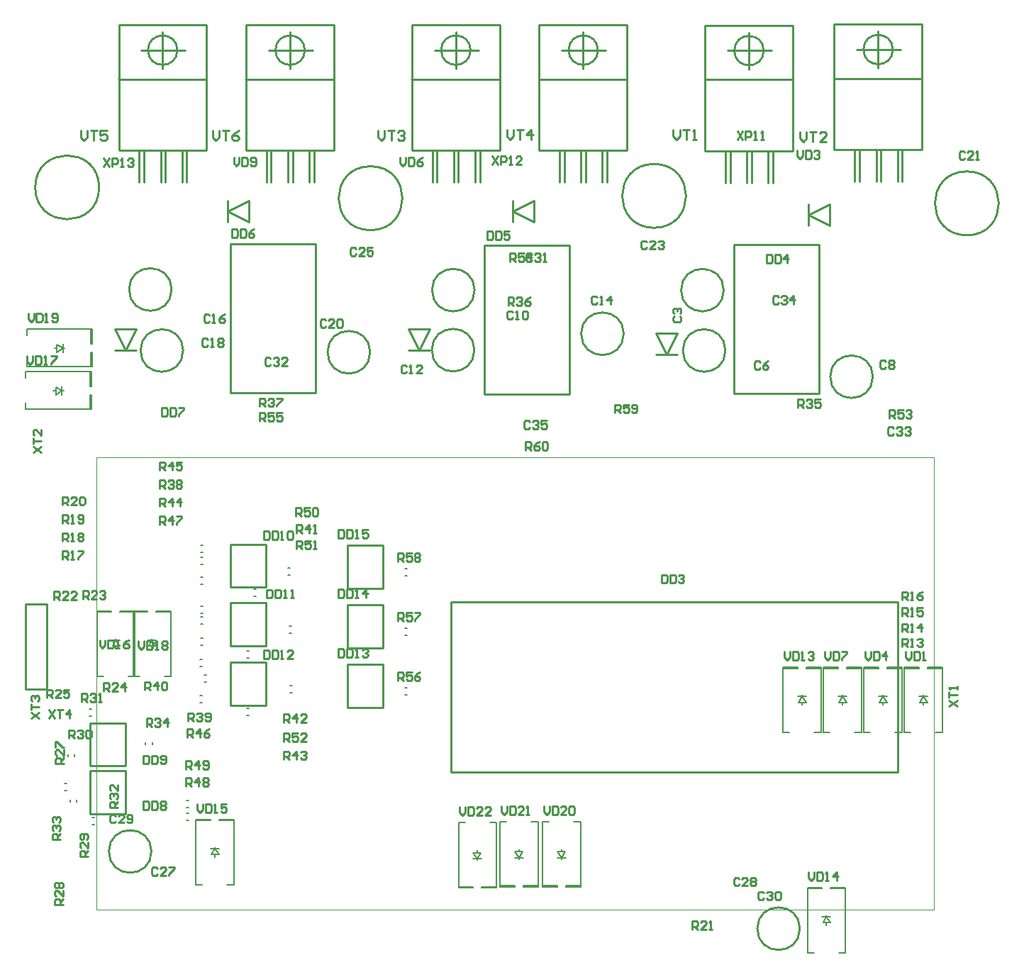
<source format=gto>
G04 Layer_Color=65535*
%FSLAX23Y23*%
%MOIN*%
G70*
G01*
G75*
%ADD26C,0.004*%
%ADD43C,0.010*%
%ADD44C,0.008*%
D26*
X3509Y2969D02*
Y5095D01*
X7446Y2969D02*
Y5095D01*
X3509D02*
X7446D01*
X3509Y2969D02*
X7446D01*
D43*
X6815Y2880D02*
G03*
X6815Y2880I-100J0D01*
G01*
X3767Y3243D02*
G03*
X3767Y3243I-100J0D01*
G01*
X4795Y5590D02*
G03*
X4795Y5590I-100J0D01*
G01*
X3916Y5598D02*
G03*
X3916Y5598I-100J0D01*
G01*
X3862Y5885D02*
G03*
X3862Y5885I-100J0D01*
G01*
X5987Y5677D02*
G03*
X5987Y5677I-100J0D01*
G01*
X5285Y5600D02*
G03*
X5285Y5600I-100J0D01*
G01*
X5286Y5882D02*
G03*
X5286Y5882I-100J0D01*
G01*
X7158Y5475D02*
G03*
X7158Y5475I-100J0D01*
G01*
X6465Y5598D02*
G03*
X6465Y5598I-100J0D01*
G01*
X6457Y5882D02*
G03*
X6457Y5882I-100J0D01*
G01*
X4488Y7010D02*
G03*
X4488Y7010I-69J0D01*
G01*
X5866D02*
G03*
X5866Y7010I-69J0D01*
G01*
X5267D02*
G03*
X5267Y7010I-69J0D01*
G01*
X6645Y7008D02*
G03*
X6645Y7008I-69J0D01*
G01*
X4797Y6464D02*
G03*
X4797Y6164I0J-150D01*
G01*
D02*
G03*
X4797Y6464I0J150D01*
G01*
X7600Y6140D02*
G03*
X7600Y6440I0J150D01*
G01*
D02*
G03*
X7600Y6140I0J-150D01*
G01*
X3889Y7010D02*
G03*
X3889Y7010I-69J0D01*
G01*
X7252Y7013D02*
G03*
X7252Y7013I-69J0D01*
G01*
X6130Y6475D02*
G03*
X6130Y6175I0J-150D01*
G01*
D02*
G03*
X6130Y6475I0J150D01*
G01*
X3521Y6365D02*
G03*
X3221Y6365I-150J0D01*
G01*
D02*
G03*
X3521Y6365I150J0D01*
G01*
X5177Y4415D02*
X7277D01*
X5177Y3615D02*
X7277D01*
Y4415D01*
X5177Y3615D02*
Y4415D01*
X4140Y5399D02*
Y6099D01*
X4540Y5399D02*
Y6099D01*
X4140Y5399D02*
X4540D01*
X4140Y6099D02*
X4540D01*
X5333Y5394D02*
Y6094D01*
X5733Y5394D02*
Y6094D01*
X5333Y5394D02*
X5733D01*
X5333Y6094D02*
X5733D01*
X6504Y5396D02*
Y6096D01*
X6904Y5396D02*
Y6096D01*
X6504Y5396D02*
X6904D01*
X6504Y6096D02*
X6904D01*
X4690Y4480D02*
X4854D01*
Y4682D01*
X4690D02*
X4854D01*
X4690Y4480D02*
Y4682D01*
Y4200D02*
X4854D01*
Y4402D01*
X4690D02*
X4854D01*
X4690Y4200D02*
Y4402D01*
Y3920D02*
X4854D01*
Y4122D01*
X4690D02*
X4854D01*
X4690Y3920D02*
Y4122D01*
X3480Y3645D02*
X3644D01*
Y3847D01*
X3480D02*
X3644D01*
X3480Y3645D02*
Y3847D01*
Y3420D02*
X3644D01*
Y3622D01*
X3480D02*
X3644D01*
X3480Y3420D02*
Y3622D01*
X3597Y5698D02*
X3697D01*
X3647Y5598D02*
X3697Y5698D01*
X3597D02*
X3647Y5598D01*
X3597D02*
X3697D01*
X6138Y5678D02*
X6238D01*
X6188Y5578D02*
X6238Y5678D01*
X6138D02*
X6188Y5578D01*
X6138D02*
X6238D01*
X4330Y6389D02*
Y6538D01*
X4309Y6389D02*
Y6538D01*
X4212Y6538D02*
X4625D01*
X4212Y6538D02*
Y7128D01*
X4210Y6873D02*
X4625D01*
X4212Y7128D02*
X4625D01*
X4318Y7010D02*
X4525D01*
X4431Y6389D02*
Y6538D01*
X4409Y6389D02*
Y6538D01*
X4509Y6389D02*
Y6538D01*
X4531Y6389D02*
Y6538D01*
X4417Y7010D02*
X4419D01*
Y6922D02*
Y7095D01*
X4625Y6538D02*
Y7128D01*
X4533Y7129D02*
X4541D01*
X4543D01*
X4226Y6203D02*
Y6303D01*
X4126Y6253D02*
X4226Y6203D01*
X4126Y6253D02*
X4226Y6303D01*
X4126Y6203D02*
Y6303D01*
X4975Y5698D02*
X5075D01*
X5025Y5598D02*
X5075Y5698D01*
X4975D02*
X5025Y5598D01*
X4975D02*
X5075D01*
X5708Y6389D02*
Y6538D01*
X5686Y6389D02*
Y6538D01*
X5590Y6538D02*
X6003D01*
X5590Y6538D02*
Y7128D01*
X5588Y6873D02*
X6003D01*
X5590Y7128D02*
X6003D01*
X5696Y7010D02*
X5903D01*
X5809Y6389D02*
Y6538D01*
X5787Y6389D02*
Y6538D01*
X5887Y6389D02*
Y6538D01*
X5909Y6389D02*
Y6538D01*
X5795Y7010D02*
X5797D01*
Y6922D02*
Y7095D01*
X6003Y6538D02*
Y7128D01*
X5911Y7129D02*
X5919D01*
X5921D01*
X5110Y6389D02*
Y6538D01*
X5088Y6389D02*
Y6538D01*
X4992Y6538D02*
X5405D01*
X4992Y6538D02*
Y7128D01*
X4990Y6873D02*
X5405D01*
X4992Y7128D02*
X5405D01*
X5098Y7010D02*
X5305D01*
X5210Y6389D02*
Y6538D01*
X5188Y6389D02*
Y6538D01*
X5289Y6389D02*
Y6538D01*
X5311Y6389D02*
Y6538D01*
X5196Y7010D02*
X5198D01*
Y6922D02*
Y7095D01*
X5405Y6538D02*
Y7128D01*
X5312Y7129D02*
X5320D01*
X5322D01*
X5565Y6203D02*
Y6303D01*
X5465Y6253D02*
X5565Y6203D01*
X5465Y6253D02*
X5565Y6303D01*
X5465Y6203D02*
Y6303D01*
X6488Y6387D02*
Y6536D01*
X6466Y6387D02*
Y6536D01*
X6370Y6536D02*
X6783D01*
X6370Y6536D02*
Y7126D01*
X6368Y6871D02*
X6783D01*
X6370Y7126D02*
X6783D01*
X6476Y7008D02*
X6683D01*
X6588Y6387D02*
Y6536D01*
X6566Y6387D02*
Y6536D01*
X6667Y6387D02*
Y6536D01*
X6688Y6387D02*
Y6536D01*
X6574Y7008D02*
X6576D01*
Y6920D02*
Y7093D01*
X6783Y6536D02*
Y7126D01*
X6690Y7127D02*
X6698D01*
X6700D01*
X6956Y6185D02*
Y6285D01*
X6856Y6235D02*
X6956Y6185D01*
X6856Y6235D02*
X6956Y6285D01*
X6856Y6185D02*
Y6285D01*
X3732Y6389D02*
Y6538D01*
X3710Y6389D02*
Y6538D01*
X3614Y6538D02*
X4027D01*
X3614Y6538D02*
Y7128D01*
X3612Y6873D02*
X4027D01*
X3614Y7128D02*
X4027D01*
X3720Y7010D02*
X3927D01*
X3832Y6389D02*
Y6538D01*
X3811Y6389D02*
Y6538D01*
X3911Y6389D02*
Y6538D01*
X3933Y6389D02*
Y6538D01*
X3818Y7010D02*
X3820D01*
Y6922D02*
Y7095D01*
X4027Y6538D02*
Y7128D01*
X3935Y7129D02*
X3942D01*
X3944D01*
X7095Y6392D02*
Y6541D01*
X7073Y6392D02*
Y6541D01*
X6977Y6541D02*
X7390D01*
X6977Y6541D02*
Y7132D01*
X6975Y6876D02*
X7390D01*
X6977Y7132D02*
X7390D01*
X7083Y7013D02*
X7290D01*
X7195Y6392D02*
Y6541D01*
X7174Y6392D02*
Y6541D01*
X7274Y6392D02*
Y6541D01*
X7296Y6392D02*
Y6541D01*
X7181Y7013D02*
X7183D01*
Y6925D02*
Y7098D01*
X7390Y6541D02*
Y7132D01*
X7298Y7132D02*
X7305D01*
X7307D01*
X3175Y4005D02*
Y4405D01*
Y4005D02*
X3275D01*
X3175Y4405D02*
X3275D01*
Y4005D02*
Y4405D01*
X4140Y4210D02*
X4304D01*
X4140Y4412D02*
X4304D01*
X4140Y4210D02*
Y4412D01*
X4304Y4210D02*
Y4412D01*
X4140Y4485D02*
X4304D01*
X4140Y4687D02*
X4304D01*
X4140Y4485D02*
Y4687D01*
X4304Y4485D02*
Y4687D01*
X4140Y3930D02*
X4304D01*
X4140Y4132D02*
X4304D01*
X4140Y3930D02*
Y4132D01*
X4304Y3930D02*
Y4132D01*
X6714Y5850D02*
X6708Y5856D01*
X6695D01*
X6688Y5850D01*
Y5823D01*
X6695Y5817D01*
X6708D01*
X6714Y5823D01*
X6727Y5850D02*
X6734Y5856D01*
X6747D01*
X6754Y5850D01*
Y5843D01*
X6747Y5837D01*
X6740D01*
X6747D01*
X6754Y5830D01*
Y5823D01*
X6747Y5817D01*
X6734D01*
X6727Y5823D01*
X6786Y5817D02*
Y5856D01*
X6767Y5837D01*
X6793D01*
X5525Y5130D02*
Y5169D01*
X5545D01*
X5551Y5163D01*
Y5150D01*
X5545Y5143D01*
X5525D01*
X5538D02*
X5551Y5130D01*
X5591Y5169D02*
X5577Y5163D01*
X5564Y5150D01*
Y5137D01*
X5571Y5130D01*
X5584D01*
X5591Y5137D01*
Y5143D01*
X5584Y5150D01*
X5564D01*
X5604Y5163D02*
X5610Y5169D01*
X5623D01*
X5630Y5163D01*
Y5137D01*
X5623Y5130D01*
X5610D01*
X5604Y5137D01*
Y5163D01*
X5945Y5305D02*
Y5344D01*
X5965D01*
X5971Y5338D01*
Y5325D01*
X5965Y5318D01*
X5945D01*
X5958D02*
X5971Y5305D01*
X6011Y5344D02*
X5984D01*
Y5325D01*
X5997Y5331D01*
X6004D01*
X6011Y5325D01*
Y5312D01*
X6004Y5305D01*
X5991D01*
X5984Y5312D01*
X6024D02*
X6030Y5305D01*
X6043D01*
X6050Y5312D01*
Y5338D01*
X6043Y5344D01*
X6030D01*
X6024Y5338D01*
Y5331D01*
X6030Y5325D01*
X6050D01*
X5546Y5263D02*
X5540Y5269D01*
X5527D01*
X5520Y5263D01*
Y5237D01*
X5527Y5230D01*
X5540D01*
X5546Y5237D01*
X5559Y5263D02*
X5566Y5269D01*
X5579D01*
X5586Y5263D01*
Y5256D01*
X5579Y5250D01*
X5572D01*
X5579D01*
X5586Y5243D01*
Y5237D01*
X5579Y5230D01*
X5566D01*
X5559Y5237D01*
X5625Y5269D02*
X5599D01*
Y5250D01*
X5612Y5256D01*
X5618D01*
X5625Y5250D01*
Y5237D01*
X5618Y5230D01*
X5605D01*
X5599Y5237D01*
X3285Y3909D02*
X3311Y3870D01*
Y3909D02*
X3285Y3870D01*
X3324Y3909D02*
X3351D01*
X3337D01*
Y3870D01*
X3383D02*
Y3909D01*
X3364Y3890D01*
X3390D01*
X3201Y3870D02*
X3240Y3896D01*
X3201D02*
X3240Y3870D01*
X3201Y3909D02*
Y3936D01*
Y3922D01*
X3240D01*
X3207Y3949D02*
X3201Y3955D01*
Y3968D01*
X3207Y3975D01*
X3214D01*
X3220Y3968D01*
Y3962D01*
Y3968D01*
X3227Y3975D01*
X3233D01*
X3240Y3968D01*
Y3955D01*
X3233Y3949D01*
X3211Y5120D02*
X3250Y5146D01*
X3211D02*
X3250Y5120D01*
X3211Y5159D02*
Y5186D01*
Y5172D01*
X3250D01*
Y5225D02*
Y5199D01*
X3224Y5225D01*
X3217D01*
X3211Y5218D01*
Y5205D01*
X3217Y5199D01*
X7515Y3927D02*
X7554Y3953D01*
X7515D02*
X7554Y3927D01*
X7515Y3967D02*
Y3993D01*
Y3980D01*
X7554D01*
Y4006D02*
Y4019D01*
Y4012D01*
X7515D01*
X7521Y4006D01*
X5217Y3451D02*
Y3425D01*
X5230Y3412D01*
X5243Y3425D01*
Y3451D01*
X5256D02*
Y3412D01*
X5276D01*
X5283Y3419D01*
Y3445D01*
X5276Y3451D01*
X5256D01*
X5322Y3412D02*
X5296D01*
X5322Y3438D01*
Y3445D01*
X5315Y3451D01*
X5302D01*
X5296Y3445D01*
X5361Y3412D02*
X5335D01*
X5361Y3438D01*
Y3445D01*
X5355Y3451D01*
X5342D01*
X5335Y3445D01*
X5412Y3456D02*
Y3430D01*
X5425Y3417D01*
X5438Y3430D01*
Y3456D01*
X5451D02*
Y3417D01*
X5471D01*
X5478Y3424D01*
Y3450D01*
X5471Y3456D01*
X5451D01*
X5517Y3417D02*
X5491D01*
X5517Y3443D01*
Y3450D01*
X5510Y3456D01*
X5497D01*
X5491Y3450D01*
X5530Y3417D02*
X5543D01*
X5537D01*
Y3456D01*
X5530Y3450D01*
X5612Y3456D02*
Y3430D01*
X5625Y3417D01*
X5638Y3430D01*
Y3456D01*
X5651D02*
Y3417D01*
X5671D01*
X5678Y3424D01*
Y3450D01*
X5671Y3456D01*
X5651D01*
X5717Y3417D02*
X5691D01*
X5717Y3443D01*
Y3450D01*
X5710Y3456D01*
X5697D01*
X5691Y3450D01*
X5730D02*
X5737Y3456D01*
X5750D01*
X5756Y3450D01*
Y3424D01*
X5750Y3417D01*
X5737D01*
X5730Y3424D01*
Y3450D01*
X3188Y5772D02*
Y5746D01*
X3201Y5733D01*
X3214Y5746D01*
Y5772D01*
X3227D02*
Y5733D01*
X3247D01*
X3254Y5740D01*
Y5766D01*
X3247Y5772D01*
X3227D01*
X3267Y5733D02*
X3280D01*
X3273D01*
Y5772D01*
X3267Y5766D01*
X3300Y5740D02*
X3306Y5733D01*
X3319D01*
X3326Y5740D01*
Y5766D01*
X3319Y5772D01*
X3306D01*
X3300Y5766D01*
Y5759D01*
X3306Y5753D01*
X3326D01*
X3706Y4232D02*
Y4206D01*
X3719Y4193D01*
X3732Y4206D01*
Y4232D01*
X3745D02*
Y4193D01*
X3765D01*
X3771Y4199D01*
Y4226D01*
X3765Y4232D01*
X3745D01*
X3784Y4193D02*
X3798D01*
X3791D01*
Y4232D01*
X3784Y4226D01*
X3817D02*
X3824Y4232D01*
X3837D01*
X3843Y4226D01*
Y4219D01*
X3837Y4213D01*
X3843Y4206D01*
Y4199D01*
X3837Y4193D01*
X3824D01*
X3817Y4199D01*
Y4206D01*
X3824Y4213D01*
X3817Y4219D01*
Y4226D01*
X3824Y4213D02*
X3837D01*
X3183Y5572D02*
Y5546D01*
X3196Y5533D01*
X3209Y5546D01*
Y5572D01*
X3222D02*
Y5533D01*
X3242D01*
X3249Y5540D01*
Y5566D01*
X3242Y5572D01*
X3222D01*
X3262Y5533D02*
X3275D01*
X3268D01*
Y5572D01*
X3262Y5566D01*
X3295Y5572D02*
X3321D01*
Y5566D01*
X3295Y5540D01*
Y5533D01*
X3524Y4237D02*
Y4211D01*
X3537Y4198D01*
X3550Y4211D01*
Y4237D01*
X3563D02*
Y4198D01*
X3583D01*
X3589Y4204D01*
Y4231D01*
X3583Y4237D01*
X3563D01*
X3602Y4198D02*
X3615D01*
X3609D01*
Y4237D01*
X3602Y4231D01*
X3661Y4237D02*
X3648Y4231D01*
X3635Y4218D01*
Y4204D01*
X3642Y4198D01*
X3655D01*
X3661Y4204D01*
Y4211D01*
X3655Y4218D01*
X3635D01*
X3982Y3466D02*
Y3440D01*
X3995Y3427D01*
X4008Y3440D01*
Y3466D01*
X4021D02*
Y3427D01*
X4041D01*
X4048Y3434D01*
Y3460D01*
X4041Y3466D01*
X4021D01*
X4061Y3427D02*
X4074D01*
X4067D01*
Y3466D01*
X4061Y3460D01*
X4120Y3466D02*
X4094D01*
Y3447D01*
X4107Y3453D01*
X4113D01*
X4120Y3447D01*
Y3434D01*
X4113Y3427D01*
X4100D01*
X4094Y3434D01*
X6857Y3146D02*
Y3120D01*
X6870Y3107D01*
X6883Y3120D01*
Y3146D01*
X6896D02*
Y3107D01*
X6916D01*
X6923Y3114D01*
Y3140D01*
X6916Y3146D01*
X6896D01*
X6936Y3107D02*
X6949D01*
X6942D01*
Y3146D01*
X6936Y3140D01*
X6988Y3107D02*
Y3146D01*
X6969Y3127D01*
X6995D01*
X6742Y4181D02*
Y4155D01*
X6755Y4142D01*
X6768Y4155D01*
Y4181D01*
X6781D02*
Y4142D01*
X6801D01*
X6808Y4149D01*
Y4175D01*
X6801Y4181D01*
X6781D01*
X6821Y4142D02*
X6834D01*
X6827D01*
Y4181D01*
X6821Y4175D01*
X6854D02*
X6860Y4181D01*
X6873D01*
X6880Y4175D01*
Y4168D01*
X6873Y4162D01*
X6867D01*
X6873D01*
X6880Y4155D01*
Y4149D01*
X6873Y4142D01*
X6860D01*
X6854Y4149D01*
X6932Y4181D02*
Y4155D01*
X6945Y4142D01*
X6958Y4155D01*
Y4181D01*
X6971D02*
Y4142D01*
X6991D01*
X6998Y4149D01*
Y4175D01*
X6991Y4181D01*
X6971D01*
X7011D02*
X7037D01*
Y4175D01*
X7011Y4149D01*
Y4142D01*
X7122Y4181D02*
Y4155D01*
X7135Y4142D01*
X7148Y4155D01*
Y4181D01*
X7161D02*
Y4142D01*
X7181D01*
X7188Y4149D01*
Y4175D01*
X7181Y4181D01*
X7161D01*
X7220Y4142D02*
Y4181D01*
X7201Y4162D01*
X7227D01*
X7312Y4181D02*
Y4155D01*
X7325Y4142D01*
X7338Y4155D01*
Y4181D01*
X7351D02*
Y4142D01*
X7371D01*
X7378Y4149D01*
Y4175D01*
X7371Y4181D01*
X7351D01*
X7391Y4142D02*
X7404D01*
X7397D01*
Y4181D01*
X7391Y4175D01*
X4925Y4606D02*
Y4645D01*
X4945D01*
X4951Y4639D01*
Y4626D01*
X4945Y4619D01*
X4925D01*
X4938D02*
X4951Y4606D01*
X4991Y4645D02*
X4964D01*
Y4626D01*
X4977Y4632D01*
X4984D01*
X4991Y4626D01*
Y4613D01*
X4984Y4606D01*
X4971D01*
X4964Y4613D01*
X5004Y4639D02*
X5010Y4645D01*
X5023D01*
X5030Y4639D01*
Y4632D01*
X5023Y4626D01*
X5030Y4619D01*
Y4613D01*
X5023Y4606D01*
X5010D01*
X5004Y4613D01*
Y4619D01*
X5010Y4626D01*
X5004Y4632D01*
Y4639D01*
X5010Y4626D02*
X5023D01*
X4925Y4326D02*
Y4365D01*
X4945D01*
X4951Y4359D01*
Y4346D01*
X4945Y4339D01*
X4925D01*
X4938D02*
X4951Y4326D01*
X4991Y4365D02*
X4964D01*
Y4346D01*
X4977Y4352D01*
X4984D01*
X4991Y4346D01*
Y4333D01*
X4984Y4326D01*
X4971D01*
X4964Y4333D01*
X5004Y4365D02*
X5030D01*
Y4359D01*
X5004Y4333D01*
Y4326D01*
X4925Y4046D02*
Y4085D01*
X4945D01*
X4951Y4079D01*
Y4066D01*
X4945Y4059D01*
X4925D01*
X4938D02*
X4951Y4046D01*
X4991Y4085D02*
X4964D01*
Y4066D01*
X4977Y4072D01*
X4984D01*
X4991Y4066D01*
Y4053D01*
X4984Y4046D01*
X4971D01*
X4964Y4053D01*
X5030Y4085D02*
X5017Y4079D01*
X5004Y4066D01*
Y4053D01*
X5010Y4046D01*
X5023D01*
X5030Y4053D01*
Y4059D01*
X5023Y4066D01*
X5004D01*
X4277Y5266D02*
Y5305D01*
X4296D01*
X4303Y5299D01*
Y5285D01*
X4296Y5279D01*
X4277D01*
X4290D02*
X4303Y5266D01*
X4342Y5305D02*
X4316D01*
Y5285D01*
X4329Y5292D01*
X4336D01*
X4342Y5285D01*
Y5272D01*
X4336Y5266D01*
X4322D01*
X4316Y5272D01*
X4382Y5305D02*
X4355D01*
Y5285D01*
X4368Y5292D01*
X4375D01*
X4382Y5285D01*
Y5272D01*
X4375Y5266D01*
X4362D01*
X4355Y5272D01*
X5452Y6016D02*
Y6055D01*
X5472D01*
X5478Y6049D01*
Y6036D01*
X5472Y6029D01*
X5452D01*
X5465D02*
X5478Y6016D01*
X5518Y6055D02*
X5491D01*
Y6036D01*
X5504Y6042D01*
X5511D01*
X5518Y6036D01*
Y6023D01*
X5511Y6016D01*
X5498D01*
X5491Y6023D01*
X5550Y6016D02*
Y6055D01*
X5531Y6036D01*
X5557D01*
X7235Y5280D02*
Y5319D01*
X7255D01*
X7261Y5313D01*
Y5300D01*
X7255Y5293D01*
X7235D01*
X7248D02*
X7261Y5280D01*
X7301Y5319D02*
X7274D01*
Y5300D01*
X7287Y5306D01*
X7294D01*
X7301Y5300D01*
Y5287D01*
X7294Y5280D01*
X7281D01*
X7274Y5287D01*
X7314Y5313D02*
X7320Y5319D01*
X7333D01*
X7340Y5313D01*
Y5306D01*
X7333Y5300D01*
X7327D01*
X7333D01*
X7340Y5293D01*
Y5287D01*
X7333Y5280D01*
X7320D01*
X7314Y5287D01*
X4390Y3760D02*
Y3799D01*
X4410D01*
X4416Y3793D01*
Y3780D01*
X4410Y3773D01*
X4390D01*
X4403D02*
X4416Y3760D01*
X4456Y3799D02*
X4429D01*
Y3780D01*
X4442Y3786D01*
X4449D01*
X4456Y3780D01*
Y3767D01*
X4449Y3760D01*
X4436D01*
X4429Y3767D01*
X4495Y3760D02*
X4469D01*
X4495Y3786D01*
Y3793D01*
X4488Y3799D01*
X4475D01*
X4469Y3793D01*
X4450Y4665D02*
Y4704D01*
X4470D01*
X4476Y4698D01*
Y4685D01*
X4470Y4678D01*
X4450D01*
X4463D02*
X4476Y4665D01*
X4516Y4704D02*
X4489D01*
Y4685D01*
X4502Y4691D01*
X4509D01*
X4516Y4685D01*
Y4672D01*
X4509Y4665D01*
X4496D01*
X4489Y4672D01*
X4529Y4665D02*
X4542D01*
X4535D01*
Y4704D01*
X4529Y4698D01*
X4445Y4820D02*
Y4859D01*
X4465D01*
X4471Y4853D01*
Y4840D01*
X4465Y4833D01*
X4445D01*
X4458D02*
X4471Y4820D01*
X4511Y4859D02*
X4484D01*
Y4840D01*
X4497Y4846D01*
X4504D01*
X4511Y4840D01*
Y4827D01*
X4504Y4820D01*
X4491D01*
X4484Y4827D01*
X4524Y4853D02*
X4530Y4859D01*
X4543D01*
X4550Y4853D01*
Y4827D01*
X4543Y4820D01*
X4530D01*
X4524Y4827D01*
Y4853D01*
X3930Y3630D02*
Y3669D01*
X3950D01*
X3956Y3663D01*
Y3650D01*
X3950Y3643D01*
X3930D01*
X3943D02*
X3956Y3630D01*
X3989D02*
Y3669D01*
X3969Y3650D01*
X3996D01*
X4009Y3637D02*
X4015Y3630D01*
X4028D01*
X4035Y3637D01*
Y3663D01*
X4028Y3669D01*
X4015D01*
X4009Y3663D01*
Y3656D01*
X4015Y3650D01*
X4035D01*
X3930Y3550D02*
Y3589D01*
X3950D01*
X3956Y3583D01*
Y3570D01*
X3950Y3563D01*
X3930D01*
X3943D02*
X3956Y3550D01*
X3989D02*
Y3589D01*
X3969Y3570D01*
X3996D01*
X4009Y3583D02*
X4015Y3589D01*
X4028D01*
X4035Y3583D01*
Y3576D01*
X4028Y3570D01*
X4035Y3563D01*
Y3557D01*
X4028Y3550D01*
X4015D01*
X4009Y3557D01*
Y3563D01*
X4015Y3570D01*
X4009Y3576D01*
Y3583D01*
X4015Y3570D02*
X4028D01*
X3805Y4780D02*
Y4819D01*
X3825D01*
X3831Y4813D01*
Y4800D01*
X3825Y4793D01*
X3805D01*
X3818D02*
X3831Y4780D01*
X3864D02*
Y4819D01*
X3844Y4800D01*
X3871D01*
X3884Y4819D02*
X3910D01*
Y4813D01*
X3884Y4787D01*
Y4780D01*
X3935Y3780D02*
Y3819D01*
X3955D01*
X3961Y3813D01*
Y3800D01*
X3955Y3793D01*
X3935D01*
X3948D02*
X3961Y3780D01*
X3994D02*
Y3819D01*
X3974Y3800D01*
X4001D01*
X4040Y3819D02*
X4027Y3813D01*
X4014Y3800D01*
Y3787D01*
X4020Y3780D01*
X4033D01*
X4040Y3787D01*
Y3793D01*
X4033Y3800D01*
X4014D01*
X3805Y5035D02*
Y5074D01*
X3825D01*
X3831Y5068D01*
Y5055D01*
X3825Y5048D01*
X3805D01*
X3818D02*
X3831Y5035D01*
X3864D02*
Y5074D01*
X3844Y5055D01*
X3871D01*
X3910Y5074D02*
X3884D01*
Y5055D01*
X3897Y5061D01*
X3903D01*
X3910Y5055D01*
Y5042D01*
X3903Y5035D01*
X3890D01*
X3884Y5042D01*
X3805Y4865D02*
Y4904D01*
X3825D01*
X3831Y4898D01*
Y4885D01*
X3825Y4878D01*
X3805D01*
X3818D02*
X3831Y4865D01*
X3864D02*
Y4904D01*
X3844Y4885D01*
X3871D01*
X3903Y4865D02*
Y4904D01*
X3884Y4885D01*
X3910D01*
X4390Y3675D02*
Y3714D01*
X4410D01*
X4416Y3708D01*
Y3695D01*
X4410Y3688D01*
X4390D01*
X4403D02*
X4416Y3675D01*
X4449D02*
Y3714D01*
X4429Y3695D01*
X4456D01*
X4469Y3708D02*
X4475Y3714D01*
X4488D01*
X4495Y3708D01*
Y3701D01*
X4488Y3695D01*
X4482D01*
X4488D01*
X4495Y3688D01*
Y3682D01*
X4488Y3675D01*
X4475D01*
X4469Y3682D01*
X4390Y3850D02*
Y3889D01*
X4410D01*
X4416Y3883D01*
Y3870D01*
X4410Y3863D01*
X4390D01*
X4403D02*
X4416Y3850D01*
X4449D02*
Y3889D01*
X4429Y3870D01*
X4456D01*
X4495Y3850D02*
X4469D01*
X4495Y3876D01*
Y3883D01*
X4488Y3889D01*
X4475D01*
X4469Y3883D01*
X4450Y4740D02*
Y4779D01*
X4470D01*
X4476Y4773D01*
Y4760D01*
X4470Y4753D01*
X4450D01*
X4463D02*
X4476Y4740D01*
X4509D02*
Y4779D01*
X4489Y4760D01*
X4516D01*
X4529Y4740D02*
X4542D01*
X4535D01*
Y4779D01*
X4529Y4773D01*
X3735Y4001D02*
Y4040D01*
X3755D01*
X3761Y4034D01*
Y4021D01*
X3755Y4014D01*
X3735D01*
X3748D02*
X3761Y4001D01*
X3794D02*
Y4040D01*
X3775Y4021D01*
X3801D01*
X3814Y4034D02*
X3821Y4040D01*
X3834D01*
X3840Y4034D01*
Y4008D01*
X3834Y4001D01*
X3821D01*
X3814Y4008D01*
Y4034D01*
X3940Y3855D02*
Y3894D01*
X3960D01*
X3966Y3888D01*
Y3875D01*
X3960Y3868D01*
X3940D01*
X3953D02*
X3966Y3855D01*
X3979Y3888D02*
X3986Y3894D01*
X3999D01*
X4006Y3888D01*
Y3881D01*
X3999Y3875D01*
X3992D01*
X3999D01*
X4006Y3868D01*
Y3862D01*
X3999Y3855D01*
X3986D01*
X3979Y3862D01*
X4019D02*
X4025Y3855D01*
X4038D01*
X4045Y3862D01*
Y3888D01*
X4038Y3894D01*
X4025D01*
X4019Y3888D01*
Y3881D01*
X4025Y3875D01*
X4045D01*
X3805Y4950D02*
Y4989D01*
X3825D01*
X3831Y4983D01*
Y4970D01*
X3825Y4963D01*
X3805D01*
X3818D02*
X3831Y4950D01*
X3844Y4983D02*
X3851Y4989D01*
X3864D01*
X3871Y4983D01*
Y4976D01*
X3864Y4970D01*
X3857D01*
X3864D01*
X3871Y4963D01*
Y4957D01*
X3864Y4950D01*
X3851D01*
X3844Y4957D01*
X3884Y4983D02*
X3890Y4989D01*
X3903D01*
X3910Y4983D01*
Y4976D01*
X3903Y4970D01*
X3910Y4963D01*
Y4957D01*
X3903Y4950D01*
X3890D01*
X3884Y4957D01*
Y4963D01*
X3890Y4970D01*
X3884Y4976D01*
Y4983D01*
X3890Y4970D02*
X3903D01*
X4277Y5335D02*
Y5374D01*
X4296D01*
X4303Y5367D01*
Y5354D01*
X4296Y5348D01*
X4277D01*
X4290D02*
X4303Y5335D01*
X4316Y5367D02*
X4322Y5374D01*
X4336D01*
X4342Y5367D01*
Y5361D01*
X4336Y5354D01*
X4329D01*
X4336D01*
X4342Y5348D01*
Y5341D01*
X4336Y5335D01*
X4322D01*
X4316Y5341D01*
X4355Y5374D02*
X4382D01*
Y5367D01*
X4355Y5341D01*
Y5335D01*
X5444Y5809D02*
Y5848D01*
X5464D01*
X5470Y5842D01*
Y5829D01*
X5464Y5822D01*
X5444D01*
X5457D02*
X5470Y5809D01*
X5483Y5842D02*
X5490Y5848D01*
X5503D01*
X5510Y5842D01*
Y5835D01*
X5503Y5829D01*
X5496D01*
X5503D01*
X5510Y5822D01*
Y5816D01*
X5503Y5809D01*
X5490D01*
X5483Y5816D01*
X5549Y5848D02*
X5536Y5842D01*
X5523Y5829D01*
Y5816D01*
X5529Y5809D01*
X5542D01*
X5549Y5816D01*
Y5822D01*
X5542Y5829D01*
X5523D01*
X6806Y5330D02*
Y5369D01*
X6826D01*
X6832Y5363D01*
Y5349D01*
X6826Y5343D01*
X6806D01*
X6819D02*
X6832Y5330D01*
X6845Y5363D02*
X6852Y5369D01*
X6865D01*
X6872Y5363D01*
Y5356D01*
X6865Y5349D01*
X6859D01*
X6865D01*
X6872Y5343D01*
Y5336D01*
X6865Y5330D01*
X6852D01*
X6845Y5336D01*
X6911Y5369D02*
X6885D01*
Y5349D01*
X6898Y5356D01*
X6904D01*
X6911Y5349D01*
Y5336D01*
X6904Y5330D01*
X6891D01*
X6885Y5336D01*
X3744Y3830D02*
Y3869D01*
X3764D01*
X3770Y3863D01*
Y3850D01*
X3764Y3843D01*
X3744D01*
X3757D02*
X3770Y3830D01*
X3783Y3863D02*
X3790Y3869D01*
X3803D01*
X3810Y3863D01*
Y3856D01*
X3803Y3850D01*
X3796D01*
X3803D01*
X3810Y3843D01*
Y3837D01*
X3803Y3830D01*
X3790D01*
X3783Y3837D01*
X3842Y3830D02*
Y3869D01*
X3823Y3850D01*
X3849D01*
X3340Y3300D02*
X3301D01*
Y3320D01*
X3307Y3326D01*
X3320D01*
X3327Y3320D01*
Y3300D01*
Y3313D02*
X3340Y3326D01*
X3307Y3339D02*
X3301Y3346D01*
Y3359D01*
X3307Y3366D01*
X3314D01*
X3320Y3359D01*
Y3352D01*
Y3359D01*
X3327Y3366D01*
X3333D01*
X3340Y3359D01*
Y3346D01*
X3333Y3339D01*
X3307Y3379D02*
X3301Y3385D01*
Y3398D01*
X3307Y3405D01*
X3314D01*
X3320Y3398D01*
Y3392D01*
Y3398D01*
X3327Y3405D01*
X3333D01*
X3340Y3398D01*
Y3385D01*
X3333Y3379D01*
X3610Y3450D02*
X3571D01*
Y3470D01*
X3577Y3476D01*
X3590D01*
X3597Y3470D01*
Y3450D01*
Y3463D02*
X3610Y3476D01*
X3577Y3489D02*
X3571Y3496D01*
Y3509D01*
X3577Y3516D01*
X3584D01*
X3590Y3509D01*
Y3502D01*
Y3509D01*
X3597Y3516D01*
X3603D01*
X3610Y3509D01*
Y3496D01*
X3603Y3489D01*
X3610Y3555D02*
Y3529D01*
X3584Y3555D01*
X3577D01*
X3571Y3548D01*
Y3535D01*
X3577Y3529D01*
X3440Y3946D02*
Y3985D01*
X3460D01*
X3466Y3979D01*
Y3966D01*
X3460Y3959D01*
X3440D01*
X3453D02*
X3466Y3946D01*
X3479Y3979D02*
X3486Y3985D01*
X3499D01*
X3506Y3979D01*
Y3972D01*
X3499Y3966D01*
X3492D01*
X3499D01*
X3506Y3959D01*
Y3953D01*
X3499Y3946D01*
X3486D01*
X3479Y3953D01*
X3519Y3946D02*
X3532D01*
X3525D01*
Y3985D01*
X3519Y3979D01*
X3379Y3775D02*
Y3814D01*
X3399D01*
X3405Y3808D01*
Y3795D01*
X3399Y3788D01*
X3379D01*
X3392D02*
X3405Y3775D01*
X3418Y3808D02*
X3425Y3814D01*
X3438D01*
X3445Y3808D01*
Y3801D01*
X3438Y3795D01*
X3431D01*
X3438D01*
X3445Y3788D01*
Y3782D01*
X3438Y3775D01*
X3425D01*
X3418Y3782D01*
X3458Y3808D02*
X3464Y3814D01*
X3477D01*
X3484Y3808D01*
Y3782D01*
X3477Y3775D01*
X3464D01*
X3458Y3782D01*
Y3808D01*
X3470Y3220D02*
X3431D01*
Y3240D01*
X3437Y3246D01*
X3450D01*
X3457Y3240D01*
Y3220D01*
Y3233D02*
X3470Y3246D01*
Y3286D02*
Y3259D01*
X3444Y3286D01*
X3437D01*
X3431Y3279D01*
Y3266D01*
X3437Y3259D01*
X3463Y3299D02*
X3470Y3305D01*
Y3318D01*
X3463Y3325D01*
X3437D01*
X3431Y3318D01*
Y3305D01*
X3437Y3299D01*
X3444D01*
X3450Y3305D01*
Y3325D01*
X3351Y2992D02*
X3312D01*
Y3012D01*
X3319Y3018D01*
X3332D01*
X3338Y3012D01*
Y2992D01*
Y3005D02*
X3351Y3018D01*
Y3058D02*
Y3031D01*
X3325Y3058D01*
X3319D01*
X3312Y3051D01*
Y3038D01*
X3319Y3031D01*
Y3071D02*
X3312Y3077D01*
Y3091D01*
X3319Y3097D01*
X3325D01*
X3332Y3091D01*
X3338Y3097D01*
X3345D01*
X3351Y3091D01*
Y3077D01*
X3345Y3071D01*
X3338D01*
X3332Y3077D01*
X3325Y3071D01*
X3319D01*
X3332Y3077D02*
Y3091D01*
X3355Y3655D02*
X3316D01*
Y3675D01*
X3322Y3681D01*
X3335D01*
X3342Y3675D01*
Y3655D01*
Y3668D02*
X3355Y3681D01*
Y3721D02*
Y3694D01*
X3329Y3721D01*
X3322D01*
X3316Y3714D01*
Y3701D01*
X3322Y3694D01*
X3316Y3734D02*
Y3760D01*
X3322D01*
X3348Y3734D01*
X3355D01*
X3275Y3965D02*
Y4004D01*
X3295D01*
X3301Y3998D01*
Y3985D01*
X3295Y3978D01*
X3275D01*
X3288D02*
X3301Y3965D01*
X3341D02*
X3314D01*
X3341Y3991D01*
Y3998D01*
X3334Y4004D01*
X3321D01*
X3314Y3998D01*
X3380Y4004D02*
X3354D01*
Y3985D01*
X3367Y3991D01*
X3373D01*
X3380Y3985D01*
Y3972D01*
X3373Y3965D01*
X3360D01*
X3354Y3972D01*
X3543Y3996D02*
Y4035D01*
X3563D01*
X3570Y4029D01*
Y4016D01*
X3563Y4009D01*
X3543D01*
X3556D02*
X3570Y3996D01*
X3609D02*
X3583D01*
X3609Y4022D01*
Y4029D01*
X3602Y4035D01*
X3589D01*
X3583Y4029D01*
X3642Y3996D02*
Y4035D01*
X3622Y4016D01*
X3648D01*
X3445Y4429D02*
Y4468D01*
X3465D01*
X3471Y4462D01*
Y4449D01*
X3465Y4442D01*
X3445D01*
X3458D02*
X3471Y4429D01*
X3510D02*
X3484D01*
X3510Y4455D01*
Y4462D01*
X3504Y4468D01*
X3491D01*
X3484Y4462D01*
X3524D02*
X3530Y4468D01*
X3543D01*
X3550Y4462D01*
Y4455D01*
X3543Y4449D01*
X3537D01*
X3543D01*
X3550Y4442D01*
Y4436D01*
X3543Y4429D01*
X3530D01*
X3524Y4436D01*
X3309Y4426D02*
Y4465D01*
X3329D01*
X3335Y4459D01*
Y4446D01*
X3329Y4439D01*
X3309D01*
X3322D02*
X3335Y4426D01*
X3375D02*
X3348D01*
X3375Y4452D01*
Y4459D01*
X3368Y4465D01*
X3355D01*
X3348Y4459D01*
X3414Y4426D02*
X3388D01*
X3414Y4452D01*
Y4459D01*
X3407Y4465D01*
X3394D01*
X3388Y4459D01*
X6309Y2876D02*
Y2915D01*
X6329D01*
X6335Y2909D01*
Y2896D01*
X6329Y2889D01*
X6309D01*
X6322D02*
X6335Y2876D01*
X6375D02*
X6348D01*
X6375Y2902D01*
Y2909D01*
X6368Y2915D01*
X6355D01*
X6348Y2909D01*
X6388Y2876D02*
X6401D01*
X6394D01*
Y2915D01*
X6388Y2909D01*
X3349Y4871D02*
Y4910D01*
X3369D01*
X3375Y4904D01*
Y4891D01*
X3369Y4884D01*
X3349D01*
X3362D02*
X3375Y4871D01*
X3415D02*
X3388D01*
X3415Y4897D01*
Y4904D01*
X3408Y4910D01*
X3395D01*
X3388Y4904D01*
X3428D02*
X3434Y4910D01*
X3447D01*
X3454Y4904D01*
Y4878D01*
X3447Y4871D01*
X3434D01*
X3428Y4878D01*
Y4904D01*
X3349Y4786D02*
Y4825D01*
X3369D01*
X3375Y4819D01*
Y4806D01*
X3369Y4799D01*
X3349D01*
X3362D02*
X3375Y4786D01*
X3388D02*
X3401D01*
X3395D01*
Y4825D01*
X3388Y4819D01*
X3421Y4793D02*
X3428Y4786D01*
X3441D01*
X3447Y4793D01*
Y4819D01*
X3441Y4825D01*
X3428D01*
X3421Y4819D01*
Y4812D01*
X3428Y4806D01*
X3447D01*
X3349Y4701D02*
Y4740D01*
X3369D01*
X3375Y4734D01*
Y4721D01*
X3369Y4714D01*
X3349D01*
X3362D02*
X3375Y4701D01*
X3388D02*
X3401D01*
X3395D01*
Y4740D01*
X3388Y4734D01*
X3421D02*
X3428Y4740D01*
X3441D01*
X3447Y4734D01*
Y4727D01*
X3441Y4721D01*
X3447Y4714D01*
Y4708D01*
X3441Y4701D01*
X3428D01*
X3421Y4708D01*
Y4714D01*
X3428Y4721D01*
X3421Y4727D01*
Y4734D01*
X3428Y4721D02*
X3441D01*
X3349Y4616D02*
Y4655D01*
X3369D01*
X3375Y4649D01*
Y4636D01*
X3369Y4629D01*
X3349D01*
X3362D02*
X3375Y4616D01*
X3388D02*
X3401D01*
X3395D01*
Y4655D01*
X3388Y4649D01*
X3421Y4655D02*
X3447D01*
Y4649D01*
X3421Y4623D01*
Y4616D01*
X7295Y4425D02*
Y4464D01*
X7315D01*
X7321Y4458D01*
Y4445D01*
X7315Y4438D01*
X7295D01*
X7308D02*
X7321Y4425D01*
X7334D02*
X7347D01*
X7341D01*
Y4464D01*
X7334Y4458D01*
X7393Y4464D02*
X7380Y4458D01*
X7367Y4445D01*
Y4432D01*
X7374Y4425D01*
X7387D01*
X7393Y4432D01*
Y4438D01*
X7387Y4445D01*
X7367D01*
X7295Y4350D02*
Y4389D01*
X7315D01*
X7321Y4383D01*
Y4370D01*
X7315Y4363D01*
X7295D01*
X7308D02*
X7321Y4350D01*
X7334D02*
X7347D01*
X7341D01*
Y4389D01*
X7334Y4383D01*
X7393Y4389D02*
X7367D01*
Y4370D01*
X7380Y4376D01*
X7387D01*
X7393Y4370D01*
Y4357D01*
X7387Y4350D01*
X7374D01*
X7367Y4357D01*
X7295Y4275D02*
Y4314D01*
X7315D01*
X7321Y4308D01*
Y4295D01*
X7315Y4288D01*
X7295D01*
X7308D02*
X7321Y4275D01*
X7334D02*
X7347D01*
X7341D01*
Y4314D01*
X7334Y4308D01*
X7387Y4275D02*
Y4314D01*
X7367Y4295D01*
X7393D01*
X7295Y4205D02*
Y4244D01*
X7315D01*
X7321Y4238D01*
Y4225D01*
X7315Y4218D01*
X7295D01*
X7308D02*
X7321Y4205D01*
X7334D02*
X7347D01*
X7341D01*
Y4244D01*
X7334Y4238D01*
X7367D02*
X7374Y4244D01*
X7387D01*
X7393Y4238D01*
Y4231D01*
X7387Y4225D01*
X7380D01*
X7387D01*
X7393Y4218D01*
Y4212D01*
X7387Y4205D01*
X7374D01*
X7367Y4212D01*
X4646Y4756D02*
Y4717D01*
X4666D01*
X4672Y4724D01*
Y4750D01*
X4666Y4756D01*
X4646D01*
X4685D02*
Y4717D01*
X4705D01*
X4712Y4724D01*
Y4750D01*
X4705Y4756D01*
X4685D01*
X4725Y4717D02*
X4738D01*
X4731D01*
Y4756D01*
X4725Y4750D01*
X4784Y4756D02*
X4758D01*
Y4737D01*
X4771Y4743D01*
X4777D01*
X4784Y4737D01*
Y4724D01*
X4777Y4717D01*
X4764D01*
X4758Y4724D01*
X4646Y4476D02*
Y4437D01*
X4666D01*
X4672Y4444D01*
Y4470D01*
X4666Y4476D01*
X4646D01*
X4685D02*
Y4437D01*
X4705D01*
X4712Y4444D01*
Y4470D01*
X4705Y4476D01*
X4685D01*
X4725Y4437D02*
X4738D01*
X4731D01*
Y4476D01*
X4725Y4470D01*
X4777Y4437D02*
Y4476D01*
X4758Y4457D01*
X4784D01*
X4646Y4196D02*
Y4157D01*
X4666D01*
X4672Y4164D01*
Y4190D01*
X4666Y4196D01*
X4646D01*
X4685D02*
Y4157D01*
X4705D01*
X4712Y4164D01*
Y4190D01*
X4705Y4196D01*
X4685D01*
X4725Y4157D02*
X4738D01*
X4731D01*
Y4196D01*
X4725Y4190D01*
X4758D02*
X4764Y4196D01*
X4777D01*
X4784Y4190D01*
Y4183D01*
X4777Y4177D01*
X4771D01*
X4777D01*
X4784Y4170D01*
Y4164D01*
X4777Y4157D01*
X4764D01*
X4758Y4164D01*
X4295Y4189D02*
Y4150D01*
X4315D01*
X4321Y4157D01*
Y4183D01*
X4315Y4189D01*
X4295D01*
X4334D02*
Y4150D01*
X4354D01*
X4361Y4157D01*
Y4183D01*
X4354Y4189D01*
X4334D01*
X4374Y4150D02*
X4387D01*
X4380D01*
Y4189D01*
X4374Y4183D01*
X4433Y4150D02*
X4407D01*
X4433Y4176D01*
Y4183D01*
X4426Y4189D01*
X4413D01*
X4407Y4183D01*
X4310Y4474D02*
Y4435D01*
X4330D01*
X4336Y4442D01*
Y4468D01*
X4330Y4474D01*
X4310D01*
X4349D02*
Y4435D01*
X4369D01*
X4376Y4442D01*
Y4468D01*
X4369Y4474D01*
X4349D01*
X4389Y4435D02*
X4402D01*
X4395D01*
Y4474D01*
X4389Y4468D01*
X4422Y4435D02*
X4435D01*
X4428D01*
Y4474D01*
X4422Y4468D01*
X4295Y4749D02*
Y4710D01*
X4315D01*
X4321Y4717D01*
Y4743D01*
X4315Y4749D01*
X4295D01*
X4334D02*
Y4710D01*
X4354D01*
X4361Y4717D01*
Y4743D01*
X4354Y4749D01*
X4334D01*
X4374Y4710D02*
X4387D01*
X4380D01*
Y4749D01*
X4374Y4743D01*
X4407D02*
X4413Y4749D01*
X4426D01*
X4433Y4743D01*
Y4717D01*
X4426Y4710D01*
X4413D01*
X4407Y4717D01*
Y4743D01*
X3730Y3694D02*
Y3655D01*
X3750D01*
X3756Y3662D01*
Y3688D01*
X3750Y3694D01*
X3730D01*
X3769D02*
Y3655D01*
X3789D01*
X3796Y3662D01*
Y3688D01*
X3789Y3694D01*
X3769D01*
X3809Y3662D02*
X3815Y3655D01*
X3828D01*
X3835Y3662D01*
Y3688D01*
X3828Y3694D01*
X3815D01*
X3809Y3688D01*
Y3681D01*
X3815Y3675D01*
X3835D01*
X3730Y3479D02*
Y3440D01*
X3750D01*
X3756Y3447D01*
Y3473D01*
X3750Y3479D01*
X3730D01*
X3769D02*
Y3440D01*
X3789D01*
X3796Y3447D01*
Y3473D01*
X3789Y3479D01*
X3769D01*
X3809Y3473D02*
X3815Y3479D01*
X3828D01*
X3835Y3473D01*
Y3466D01*
X3828Y3460D01*
X3835Y3453D01*
Y3447D01*
X3828Y3440D01*
X3815D01*
X3809Y3447D01*
Y3453D01*
X3815Y3460D01*
X3809Y3466D01*
Y3473D01*
X3815Y3460D02*
X3828D01*
X7256Y5233D02*
X7250Y5239D01*
X7237D01*
X7230Y5233D01*
Y5207D01*
X7237Y5200D01*
X7250D01*
X7256Y5207D01*
X7269Y5233D02*
X7276Y5239D01*
X7289D01*
X7296Y5233D01*
Y5226D01*
X7289Y5220D01*
X7282D01*
X7289D01*
X7296Y5213D01*
Y5207D01*
X7289Y5200D01*
X7276D01*
X7269Y5207D01*
X7309Y5233D02*
X7315Y5239D01*
X7328D01*
X7335Y5233D01*
Y5226D01*
X7328Y5220D01*
X7322D01*
X7328D01*
X7335Y5213D01*
Y5207D01*
X7328Y5200D01*
X7315D01*
X7309Y5207D01*
X4327Y5559D02*
X4321Y5566D01*
X4308D01*
X4301Y5559D01*
Y5533D01*
X4308Y5527D01*
X4321D01*
X4327Y5533D01*
X4341Y5559D02*
X4347Y5566D01*
X4360D01*
X4367Y5559D01*
Y5553D01*
X4360Y5546D01*
X4354D01*
X4360D01*
X4367Y5540D01*
Y5533D01*
X4360Y5527D01*
X4347D01*
X4341Y5533D01*
X4406Y5527D02*
X4380D01*
X4406Y5553D01*
Y5559D01*
X4400Y5566D01*
X4386D01*
X4380Y5559D01*
X5556Y6049D02*
X5550Y6055D01*
X5537D01*
X5530Y6049D01*
Y6022D01*
X5537Y6016D01*
X5550D01*
X5556Y6022D01*
X5569Y6049D02*
X5576Y6055D01*
X5589D01*
X5596Y6049D01*
Y6042D01*
X5589Y6035D01*
X5582D01*
X5589D01*
X5596Y6029D01*
Y6022D01*
X5589Y6016D01*
X5576D01*
X5569Y6022D01*
X5609Y6016D02*
X5622D01*
X5615D01*
Y6055D01*
X5609Y6049D01*
X6646Y3048D02*
X6640Y3054D01*
X6627D01*
X6620Y3048D01*
Y3022D01*
X6627Y3015D01*
X6640D01*
X6646Y3022D01*
X6659Y3048D02*
X6666Y3054D01*
X6679D01*
X6686Y3048D01*
Y3041D01*
X6679Y3035D01*
X6672D01*
X6679D01*
X6686Y3028D01*
Y3022D01*
X6679Y3015D01*
X6666D01*
X6659Y3022D01*
X6699Y3048D02*
X6705Y3054D01*
X6718D01*
X6725Y3048D01*
Y3022D01*
X6718Y3015D01*
X6705D01*
X6699Y3022D01*
Y3048D01*
X3599Y3410D02*
X3592Y3417D01*
X3579D01*
X3572Y3410D01*
Y3384D01*
X3579Y3378D01*
X3592D01*
X3599Y3384D01*
X3638Y3378D02*
X3612D01*
X3638Y3404D01*
Y3410D01*
X3632Y3417D01*
X3618D01*
X3612Y3410D01*
X3651Y3384D02*
X3658Y3378D01*
X3671D01*
X3677Y3384D01*
Y3410D01*
X3671Y3417D01*
X3658D01*
X3651Y3410D01*
Y3404D01*
X3658Y3397D01*
X3677D01*
X6530Y3114D02*
X6524Y3120D01*
X6511D01*
X6504Y3114D01*
Y3088D01*
X6511Y3081D01*
X6524D01*
X6530Y3088D01*
X6570Y3081D02*
X6543D01*
X6570Y3107D01*
Y3114D01*
X6563Y3120D01*
X6550D01*
X6543Y3114D01*
X6583D02*
X6589Y3120D01*
X6602D01*
X6609Y3114D01*
Y3107D01*
X6602Y3101D01*
X6609Y3094D01*
Y3088D01*
X6602Y3081D01*
X6589D01*
X6583Y3088D01*
Y3094D01*
X6589Y3101D01*
X6583Y3107D01*
Y3114D01*
X6589Y3101D02*
X6602D01*
X3795Y3163D02*
X3789Y3169D01*
X3776D01*
X3769Y3163D01*
Y3137D01*
X3776Y3130D01*
X3789D01*
X3795Y3137D01*
X3835Y3130D02*
X3808D01*
X3835Y3156D01*
Y3163D01*
X3828Y3169D01*
X3815D01*
X3808Y3163D01*
X3848Y3169D02*
X3874D01*
Y3163D01*
X3848Y3137D01*
Y3130D01*
X3815Y5329D02*
Y5290D01*
X3835D01*
X3841Y5297D01*
Y5323D01*
X3835Y5329D01*
X3815D01*
X3854D02*
Y5290D01*
X3874D01*
X3881Y5297D01*
Y5323D01*
X3874Y5329D01*
X3854D01*
X3894D02*
X3920D01*
Y5323D01*
X3894Y5297D01*
Y5290D01*
X4587Y5738D02*
X4581Y5745D01*
X4568D01*
X4561Y5738D01*
Y5712D01*
X4568Y5705D01*
X4581D01*
X4587Y5712D01*
X4627Y5705D02*
X4600D01*
X4627Y5732D01*
Y5738D01*
X4620Y5745D01*
X4607D01*
X4600Y5738D01*
X4640D02*
X4646Y5745D01*
X4660D01*
X4666Y5738D01*
Y5712D01*
X4660Y5705D01*
X4646D01*
X4640Y5712D01*
Y5738D01*
X4055Y6631D02*
Y6600D01*
X4070Y6585D01*
X4086Y6600D01*
Y6631D01*
X4101D02*
X4132D01*
X4117D01*
Y6585D01*
X4178Y6631D02*
X4163Y6623D01*
X4147Y6608D01*
Y6592D01*
X4155Y6585D01*
X4170D01*
X4178Y6592D01*
Y6600D01*
X4170Y6608D01*
X4147D01*
X4154Y6506D02*
Y6480D01*
X4167Y6467D01*
X4180Y6480D01*
Y6506D01*
X4193D02*
Y6467D01*
X4213D01*
X4219Y6473D01*
Y6499D01*
X4213Y6506D01*
X4193D01*
X4232Y6473D02*
X4239Y6467D01*
X4252D01*
X4258Y6473D01*
Y6499D01*
X4252Y6506D01*
X4239D01*
X4232Y6499D01*
Y6493D01*
X4239Y6486D01*
X4258D01*
X5861Y5848D02*
X5855Y5854D01*
X5842D01*
X5835Y5848D01*
Y5822D01*
X5842Y5815D01*
X5855D01*
X5861Y5822D01*
X5874Y5815D02*
X5887D01*
X5881D01*
Y5854D01*
X5874Y5848D01*
X5927Y5815D02*
Y5854D01*
X5907Y5835D01*
X5933D01*
X5465Y5778D02*
X5458Y5784D01*
X5445D01*
X5438Y5778D01*
Y5751D01*
X5445Y5745D01*
X5458D01*
X5465Y5751D01*
X5478Y5745D02*
X5491D01*
X5484D01*
Y5784D01*
X5478Y5778D01*
X5511D02*
X5517Y5784D01*
X5530D01*
X5537Y5778D01*
Y5751D01*
X5530Y5745D01*
X5517D01*
X5511Y5751D01*
Y5778D01*
X4967Y5524D02*
X4961Y5530D01*
X4947D01*
X4941Y5524D01*
Y5498D01*
X4947Y5491D01*
X4961D01*
X4967Y5498D01*
X4980Y5491D02*
X4993D01*
X4987D01*
Y5530D01*
X4980Y5524D01*
X5039Y5491D02*
X5013D01*
X5039Y5517D01*
Y5524D01*
X5033Y5530D01*
X5020D01*
X5013Y5524D01*
X5345Y6159D02*
Y6120D01*
X5365D01*
X5371Y6127D01*
Y6153D01*
X5365Y6159D01*
X5345D01*
X5384D02*
Y6120D01*
X5404D01*
X5411Y6127D01*
Y6153D01*
X5404Y6159D01*
X5384D01*
X5450D02*
X5424D01*
Y6140D01*
X5437Y6146D01*
X5443D01*
X5450Y6140D01*
Y6127D01*
X5443Y6120D01*
X5430D01*
X5424Y6127D01*
X5438Y6636D02*
Y6605D01*
X5453Y6590D01*
X5469Y6605D01*
Y6636D01*
X5484D02*
X5515D01*
X5499D01*
Y6590D01*
X5553D02*
Y6636D01*
X5530Y6613D01*
X5561D01*
X4833Y6631D02*
Y6600D01*
X4848Y6585D01*
X4863Y6600D01*
Y6631D01*
X4879D02*
X4909D01*
X4894D01*
Y6585D01*
X4925Y6623D02*
X4932Y6631D01*
X4948D01*
X4956Y6623D01*
Y6615D01*
X4948Y6608D01*
X4940D01*
X4948D01*
X4956Y6600D01*
Y6592D01*
X4948Y6585D01*
X4932D01*
X4925Y6592D01*
X4936Y6506D02*
Y6480D01*
X4949Y6467D01*
X4962Y6480D01*
Y6506D01*
X4975D02*
Y6467D01*
X4995D01*
X5002Y6473D01*
Y6499D01*
X4995Y6506D01*
X4975D01*
X5041D02*
X5028Y6499D01*
X5015Y6486D01*
Y6473D01*
X5021Y6467D01*
X5034D01*
X5041Y6473D01*
Y6480D01*
X5034Y6486D01*
X5015D01*
X5369Y6511D02*
X5395Y6471D01*
Y6511D02*
X5369Y6471D01*
X5408D02*
Y6511D01*
X5428D01*
X5435Y6504D01*
Y6491D01*
X5428Y6485D01*
X5408D01*
X5448Y6471D02*
X5461D01*
X5454D01*
Y6511D01*
X5448Y6504D01*
X5507Y6471D02*
X5481D01*
X5507Y6498D01*
Y6504D01*
X5500Y6511D01*
X5487D01*
X5481Y6504D01*
X6225Y5758D02*
X6218Y5751D01*
Y5738D01*
X6225Y5732D01*
X6251D01*
X6257Y5738D01*
Y5751D01*
X6251Y5758D01*
X6225Y5771D02*
X6218Y5777D01*
Y5791D01*
X6225Y5797D01*
X6231D01*
X6238Y5791D01*
Y5784D01*
Y5791D01*
X6244Y5797D01*
X6251D01*
X6257Y5791D01*
Y5777D01*
X6251Y5771D01*
X6628Y5541D02*
X6621Y5548D01*
X6608D01*
X6601Y5541D01*
Y5515D01*
X6608Y5509D01*
X6621D01*
X6628Y5515D01*
X6667Y5548D02*
X6654Y5541D01*
X6641Y5528D01*
Y5515D01*
X6647Y5509D01*
X6660D01*
X6667Y5515D01*
Y5522D01*
X6660Y5528D01*
X6641D01*
X6658Y6048D02*
Y6009D01*
X6678D01*
X6685Y6015D01*
Y6042D01*
X6678Y6048D01*
X6658D01*
X6698D02*
Y6009D01*
X6718D01*
X6724Y6015D01*
Y6042D01*
X6718Y6048D01*
X6698D01*
X6757Y6009D02*
Y6048D01*
X6737Y6029D01*
X6763D01*
X6220Y6636D02*
Y6605D01*
X6236Y6590D01*
X6251Y6605D01*
Y6636D01*
X6267D02*
X6297D01*
X6282D01*
Y6590D01*
X6313D02*
X6328D01*
X6320D01*
Y6636D01*
X6313Y6628D01*
X6802Y6538D02*
Y6512D01*
X6815Y6499D01*
X6828Y6512D01*
Y6538D01*
X6842D02*
Y6499D01*
X6861D01*
X6868Y6506D01*
Y6532D01*
X6861Y6538D01*
X6842D01*
X6881Y6532D02*
X6887Y6538D01*
X6901D01*
X6907Y6532D01*
Y6525D01*
X6901Y6519D01*
X6894D01*
X6901D01*
X6907Y6512D01*
Y6506D01*
X6901Y6499D01*
X6887D01*
X6881Y6506D01*
X6521Y6629D02*
X6547Y6590D01*
Y6629D02*
X6521Y6590D01*
X6560D02*
Y6629D01*
X6580D01*
X6586Y6622D01*
Y6609D01*
X6580Y6603D01*
X6560D01*
X6599Y6590D02*
X6613D01*
X6606D01*
Y6629D01*
X6599Y6622D01*
X6632Y6590D02*
X6645D01*
X6639D01*
Y6629D01*
X6632Y6622D01*
X4728Y6077D02*
X4722Y6083D01*
X4709D01*
X4702Y6077D01*
Y6051D01*
X4709Y6044D01*
X4722D01*
X4728Y6051D01*
X4768Y6044D02*
X4742D01*
X4768Y6070D01*
Y6077D01*
X4761Y6083D01*
X4748D01*
X4742Y6077D01*
X4807Y6083D02*
X4781D01*
Y6064D01*
X4794Y6070D01*
X4801D01*
X4807Y6064D01*
Y6051D01*
X4801Y6044D01*
X4788D01*
X4781Y6051D01*
X4145Y6169D02*
Y6130D01*
X4165D01*
X4171Y6137D01*
Y6163D01*
X4165Y6169D01*
X4145D01*
X4184D02*
Y6130D01*
X4204D01*
X4211Y6137D01*
Y6163D01*
X4204Y6169D01*
X4184D01*
X4250D02*
X4237Y6163D01*
X4224Y6150D01*
Y6137D01*
X4230Y6130D01*
X4243D01*
X4250Y6137D01*
Y6143D01*
X4243Y6150D01*
X4224D01*
X7590Y6529D02*
X7584Y6535D01*
X7571D01*
X7564Y6529D01*
Y6503D01*
X7571Y6496D01*
X7584D01*
X7590Y6503D01*
X7630Y6496D02*
X7603D01*
X7630Y6522D01*
Y6529D01*
X7623Y6535D01*
X7610D01*
X7603Y6529D01*
X7643Y6496D02*
X7656D01*
X7649D01*
Y6535D01*
X7643Y6529D01*
X4032Y5648D02*
X4026Y5655D01*
X4012D01*
X4006Y5648D01*
Y5622D01*
X4012Y5615D01*
X4026D01*
X4032Y5622D01*
X4045Y5615D02*
X4058D01*
X4052D01*
Y5655D01*
X4045Y5648D01*
X4078D02*
X4085Y5655D01*
X4098D01*
X4104Y5648D01*
Y5641D01*
X4098Y5635D01*
X4104Y5628D01*
Y5622D01*
X4098Y5615D01*
X4085D01*
X4078Y5622D01*
Y5628D01*
X4085Y5635D01*
X4078Y5641D01*
Y5648D01*
X4085Y5635D02*
X4098D01*
X4040Y5762D02*
X4034Y5768D01*
X4021D01*
X4014Y5762D01*
Y5735D01*
X4021Y5729D01*
X4034D01*
X4040Y5735D01*
X4053Y5729D02*
X4066D01*
X4060D01*
Y5768D01*
X4053Y5762D01*
X4112Y5768D02*
X4099Y5762D01*
X4086Y5748D01*
Y5735D01*
X4093Y5729D01*
X4106D01*
X4112Y5735D01*
Y5742D01*
X4106Y5748D01*
X4086D01*
X3435Y6631D02*
Y6600D01*
X3450Y6585D01*
X3466Y6600D01*
Y6631D01*
X3481D02*
X3512D01*
X3496D01*
Y6585D01*
X3558Y6631D02*
X3527D01*
Y6608D01*
X3543Y6615D01*
X3550D01*
X3558Y6608D01*
Y6592D01*
X3550Y6585D01*
X3535D01*
X3527Y6592D01*
X3543Y6501D02*
X3570Y6462D01*
Y6501D02*
X3543Y6462D01*
X3583D02*
Y6501D01*
X3602D01*
X3609Y6494D01*
Y6481D01*
X3602Y6475D01*
X3583D01*
X3622Y6462D02*
X3635D01*
X3629D01*
Y6501D01*
X3622Y6494D01*
X3655D02*
X3661Y6501D01*
X3674D01*
X3681Y6494D01*
Y6488D01*
X3674Y6481D01*
X3668D01*
X3674D01*
X3681Y6475D01*
Y6468D01*
X3674Y6462D01*
X3661D01*
X3655Y6468D01*
X6165Y4544D02*
Y4505D01*
X6185D01*
X6191Y4512D01*
Y4538D01*
X6185Y4544D01*
X6165D01*
X6204D02*
Y4505D01*
X6224D01*
X6231Y4512D01*
Y4538D01*
X6224Y4544D01*
X6204D01*
X6244Y4538D02*
X6250Y4544D01*
X6263D01*
X6270Y4538D01*
Y4531D01*
X6263Y4525D01*
X6257D01*
X6263D01*
X6270Y4518D01*
Y4512D01*
X6263Y4505D01*
X6250D01*
X6244Y4512D01*
X7218Y5545D02*
X7212Y5551D01*
X7199D01*
X7192Y5545D01*
Y5518D01*
X7199Y5512D01*
X7212D01*
X7218Y5518D01*
X7231Y5545D02*
X7238Y5551D01*
X7251D01*
X7258Y5545D01*
Y5538D01*
X7251Y5531D01*
X7258Y5525D01*
Y5518D01*
X7251Y5512D01*
X7238D01*
X7231Y5518D01*
Y5525D01*
X7238Y5531D01*
X7231Y5538D01*
Y5545D01*
X7238Y5531D02*
X7251D01*
X6816Y6626D02*
Y6595D01*
X6831Y6580D01*
X6847Y6595D01*
Y6626D01*
X6862D02*
X6893D01*
X6877D01*
Y6580D01*
X6939D02*
X6908D01*
X6939Y6610D01*
Y6618D01*
X6931Y6626D01*
X6916D01*
X6908Y6618D01*
X6096Y6108D02*
X6090Y6114D01*
X6077D01*
X6070Y6108D01*
Y6082D01*
X6077Y6075D01*
X6090D01*
X6096Y6082D01*
X6136Y6075D02*
X6109D01*
X6136Y6101D01*
Y6108D01*
X6129Y6114D01*
X6116D01*
X6109Y6108D01*
X6149D02*
X6155Y6114D01*
X6168D01*
X6175Y6108D01*
Y6101D01*
X6168Y6095D01*
X6162D01*
X6168D01*
X6175Y6088D01*
Y6082D01*
X6168Y6075D01*
X6155D01*
X6149Y6082D01*
D44*
X3932Y3449D02*
X3942D01*
X3932Y3481D02*
X3942D01*
X3932Y3390D02*
X3942D01*
X3932Y3422D02*
X3942D01*
X5211Y3071D02*
X5280D01*
X5211D02*
Y3379D01*
X5280Y3071D02*
Y3077D01*
X5211D02*
X5280D01*
X5320D02*
X5389D01*
X5320Y3071D02*
Y3077D01*
X5211Y3379D02*
X5242D01*
X5320Y3071D02*
X5389D01*
X5358Y3379D02*
X5389D01*
Y3071D02*
Y3379D01*
X5280Y3209D02*
X5320D01*
X5300D02*
X5316Y3237D01*
X5280D02*
X5300Y3209D01*
X5280Y3237D02*
X5316D01*
X5300Y3201D02*
Y3209D01*
Y3237D02*
Y3249D01*
X5406Y3076D02*
X5475D01*
X5406D02*
Y3384D01*
X5475Y3076D02*
Y3082D01*
X5406D02*
X5475D01*
X5515D02*
X5584D01*
X5515Y3076D02*
Y3082D01*
X5406Y3384D02*
X5437D01*
X5515Y3076D02*
X5584D01*
X5553Y3384D02*
X5584D01*
Y3076D02*
Y3384D01*
X5475Y3214D02*
X5515D01*
X5495D02*
X5511Y3242D01*
X5475D02*
X5495Y3214D01*
X5475Y3242D02*
X5511D01*
X5495Y3206D02*
Y3214D01*
Y3242D02*
Y3254D01*
X5606Y3076D02*
X5675D01*
X5606D02*
Y3384D01*
X5675Y3076D02*
Y3082D01*
X5606D02*
X5675D01*
X5715D02*
X5784D01*
X5715Y3076D02*
Y3082D01*
X5606Y3384D02*
X5637D01*
X5715Y3076D02*
X5784D01*
X5753Y3384D02*
X5784D01*
Y3076D02*
Y3384D01*
X5675Y3214D02*
X5715D01*
X5695D02*
X5711Y3242D01*
X5675D02*
X5695Y3214D01*
X5675Y3242D02*
X5711D01*
X5695Y3206D02*
Y3214D01*
Y3242D02*
Y3254D01*
X3489Y5521D02*
Y5590D01*
X3181Y5521D02*
X3489D01*
X3483Y5590D02*
X3489D01*
X3483Y5521D02*
Y5590D01*
Y5630D02*
Y5699D01*
Y5630D02*
X3489D01*
X3181Y5521D02*
Y5552D01*
X3489Y5630D02*
Y5699D01*
X3181Y5668D02*
Y5699D01*
X3489D01*
X3351Y5590D02*
Y5630D01*
X3323Y5626D02*
X3351Y5610D01*
X3323Y5590D02*
X3351Y5610D01*
X3323Y5590D02*
Y5626D01*
X3351Y5610D02*
X3359D01*
X3311D02*
X3323D01*
X3484Y5321D02*
Y5390D01*
X3176Y5321D02*
X3484D01*
X3478Y5390D02*
X3484D01*
X3478Y5321D02*
Y5390D01*
Y5430D02*
Y5499D01*
Y5430D02*
X3484D01*
X3176Y5321D02*
Y5352D01*
X3484Y5430D02*
Y5499D01*
X3176Y5468D02*
Y5499D01*
X3484D01*
X3346Y5390D02*
Y5430D01*
X3318Y5426D02*
X3346Y5410D01*
X3318Y5390D02*
X3346Y5410D01*
X3318Y5390D02*
Y5426D01*
X3346Y5410D02*
X3354D01*
X3306D02*
X3318D01*
X4085Y3394D02*
X4154D01*
Y3086D02*
Y3394D01*
X4085Y3388D02*
Y3394D01*
Y3388D02*
X4154D01*
X3976D02*
X4045D01*
Y3394D01*
X4123Y3086D02*
X4154D01*
X3976Y3394D02*
X4045D01*
X3976Y3086D02*
X4007D01*
X3976D02*
Y3394D01*
X4045Y3256D02*
X4085D01*
X4049Y3228D02*
X4065Y3256D01*
X4085Y3228D01*
X4049D02*
X4085D01*
X4065Y3256D02*
Y3264D01*
Y3216D02*
Y3228D01*
X6960Y3074D02*
X7029D01*
Y2766D02*
Y3074D01*
X6960Y3068D02*
Y3074D01*
Y3068D02*
X7029D01*
X6851D02*
X6920D01*
Y3074D01*
X6998Y2766D02*
X7029D01*
X6851Y3074D02*
X6920D01*
X6851Y2766D02*
X6882D01*
X6851D02*
Y3074D01*
X6920Y2936D02*
X6960D01*
X6924Y2908D02*
X6940Y2936D01*
X6960Y2908D01*
X6924D02*
X6960D01*
X6940Y2936D02*
Y2944D01*
Y2896D02*
Y2908D01*
X6845Y4109D02*
X6914D01*
Y3801D02*
Y4109D01*
X6845Y4103D02*
Y4109D01*
Y4103D02*
X6914D01*
X6736D02*
X6805D01*
Y4109D01*
X6883Y3801D02*
X6914D01*
X6736Y4109D02*
X6805D01*
X6736Y3801D02*
X6767D01*
X6736D02*
Y4109D01*
X6805Y3971D02*
X6845D01*
X6809Y3943D02*
X6825Y3971D01*
X6845Y3943D01*
X6809D02*
X6845D01*
X6825Y3971D02*
Y3979D01*
Y3931D02*
Y3943D01*
X7035Y4109D02*
X7104D01*
Y3801D02*
Y4109D01*
X7035Y4103D02*
Y4109D01*
Y4103D02*
X7104D01*
X6926D02*
X6995D01*
Y4109D01*
X7073Y3801D02*
X7104D01*
X6926Y4109D02*
X6995D01*
X6926Y3801D02*
X6957D01*
X6926D02*
Y4109D01*
X6995Y3971D02*
X7035D01*
X6999Y3943D02*
X7015Y3971D01*
X7035Y3943D01*
X6999D02*
X7035D01*
X7015Y3971D02*
Y3979D01*
Y3931D02*
Y3943D01*
X7225Y4109D02*
X7294D01*
Y3801D02*
Y4109D01*
X7225Y4103D02*
Y4109D01*
Y4103D02*
X7294D01*
X7116D02*
X7185D01*
Y4109D01*
X7263Y3801D02*
X7294D01*
X7116Y4109D02*
X7185D01*
X7116Y3801D02*
X7147D01*
X7116D02*
Y4109D01*
X7185Y3971D02*
X7225D01*
X7189Y3943D02*
X7205Y3971D01*
X7225Y3943D01*
X7189D02*
X7225D01*
X7205Y3971D02*
Y3979D01*
Y3931D02*
Y3943D01*
X7415Y4109D02*
X7484D01*
Y3801D02*
Y4109D01*
X7415Y4103D02*
Y4109D01*
Y4103D02*
X7484D01*
X7306D02*
X7375D01*
Y4109D01*
X7453Y3801D02*
X7484D01*
X7306Y4109D02*
X7375D01*
X7306Y3801D02*
X7337D01*
X7306D02*
Y4109D01*
X7375Y3971D02*
X7415D01*
X7379Y3943D02*
X7395Y3971D01*
X7415Y3943D01*
X7379D02*
X7415D01*
X7395Y3971D02*
Y3979D01*
Y3931D02*
Y3943D01*
X4960Y4539D02*
X4970D01*
X4960Y4571D02*
X4970D01*
X4960Y4259D02*
X4970D01*
X4960Y4291D02*
X4970D01*
X4960Y3979D02*
X4970D01*
X4960Y4011D02*
X4970D01*
X3771Y3745D02*
Y3755D01*
X3739Y3745D02*
Y3755D01*
X3475Y3879D02*
X3485D01*
X3475Y3911D02*
X3485D01*
X3374Y3690D02*
Y3700D01*
X3406Y3690D02*
Y3700D01*
X4250Y4444D02*
X4260D01*
X4250Y4476D02*
X4260D01*
X4000Y4681D02*
X4010D01*
X4000Y4649D02*
X4010D01*
X4000Y4626D02*
X4010D01*
X4000Y4594D02*
X4010D01*
X4000Y4499D02*
X4010D01*
X4000Y4531D02*
X4010D01*
X4000Y4396D02*
X4010D01*
X4000Y4364D02*
X4010D01*
X4000Y4346D02*
X4010D01*
X4000Y4314D02*
X4010D01*
X4000Y4214D02*
X4010D01*
X4000Y4246D02*
X4010D01*
X3995Y4146D02*
X4005D01*
X3995Y4114D02*
X4005D01*
X4015Y4071D02*
X4025D01*
X4015Y4039D02*
X4025D01*
X3995Y3944D02*
X4005D01*
X3995Y3976D02*
X4005D01*
X4215Y3884D02*
X4225D01*
X4215Y3916D02*
X4225D01*
X4215Y4154D02*
X4225D01*
X4215Y4186D02*
X4225D01*
X4410Y4544D02*
X4420D01*
X4410Y4576D02*
X4420D01*
X3511Y4066D02*
Y4374D01*
Y4066D02*
X3542D01*
X3580Y4236D02*
X3620D01*
X3511Y4374D02*
X3580D01*
X3511Y4368D02*
X3580D01*
X3584Y4208D02*
X3620D01*
X3600Y4196D02*
Y4208D01*
X3658Y4066D02*
X3689D01*
Y4374D01*
X3584Y4208D02*
X3600Y4236D01*
X3580Y4368D02*
Y4374D01*
X3600Y4236D02*
Y4244D01*
Y4236D02*
X3620Y4208D01*
Y4368D02*
X3689D01*
X3620D02*
Y4374D01*
X3689D01*
X3681Y4066D02*
Y4374D01*
Y4066D02*
X3712D01*
X3750Y4236D02*
X3790D01*
X3681Y4374D02*
X3750D01*
X3681Y4368D02*
X3750D01*
X3754Y4208D02*
X3790D01*
X3770Y4196D02*
Y4208D01*
X3828Y4066D02*
X3859D01*
Y4374D01*
X3754Y4208D02*
X3770Y4236D01*
X3750Y4368D02*
Y4374D01*
X3770Y4236D02*
Y4244D01*
Y4236D02*
X3790Y4208D01*
Y4368D02*
X3859D01*
X3790D02*
Y4374D01*
X3859D01*
X4420Y4021D02*
X4430D01*
X4420Y3989D02*
X4430D01*
X4415Y4301D02*
X4425D01*
X4415Y4269D02*
X4425D01*
X3360Y3561D02*
X3370D01*
X3360Y3529D02*
X3370D01*
X3384Y3475D02*
Y3485D01*
X3416Y3475D02*
Y3485D01*
X3490Y3401D02*
X3500D01*
X3490Y3369D02*
X3500D01*
M02*

</source>
